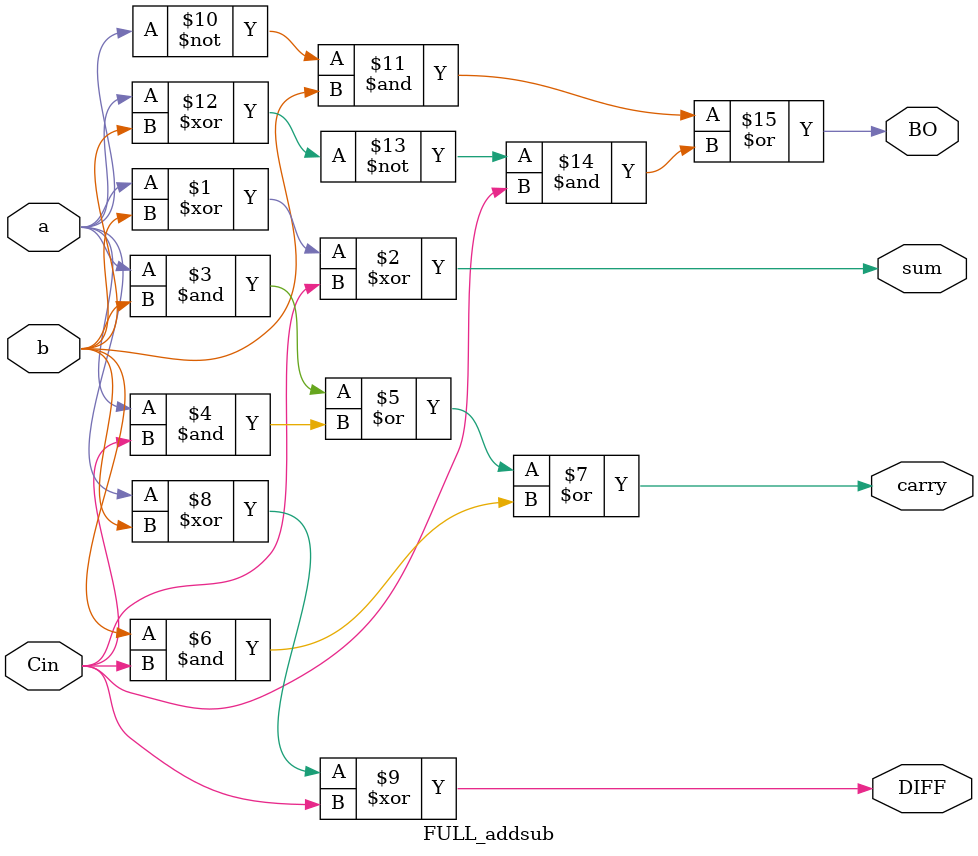
<source format=v>
module FULL_addsub(a,b,Cin,sum,carry,BO,DIFF);
input a,b,Cin;
output sum,carry,BO,DIFF;
assign sum = a^b^Cin;
assign carry = (a&b)|(a&Cin)|(b&Cin);
assign DIFF = a^b^Cin;
assign BO = (~a & b)|(~(a^b)&Cin);
endmodule

</source>
